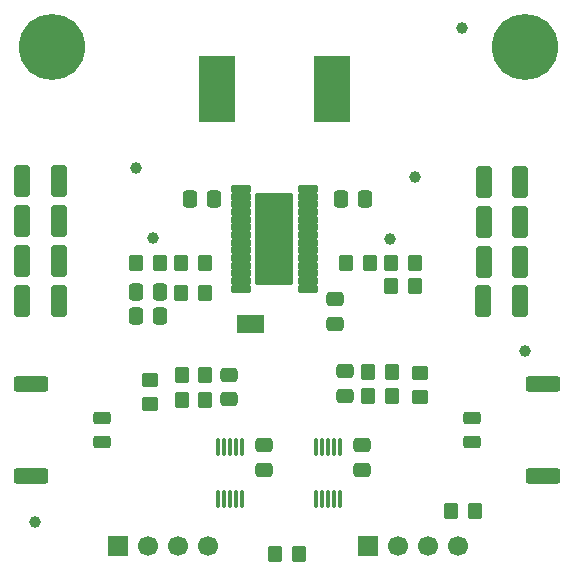
<source format=gts>
G04 #@! TF.GenerationSoftware,KiCad,Pcbnew,9.0.1*
G04 #@! TF.CreationDate,2025-04-23T11:21:28+02:00*
G04 #@! TF.ProjectId,LTC3119-breakout,4c544333-3131-4392-9d62-7265616b6f75,rev?*
G04 #@! TF.SameCoordinates,Original*
G04 #@! TF.FileFunction,Soldermask,Top*
G04 #@! TF.FilePolarity,Negative*
%FSLAX46Y46*%
G04 Gerber Fmt 4.6, Leading zero omitted, Abs format (unit mm)*
G04 Created by KiCad (PCBNEW 9.0.1) date 2025-04-23 11:21:28*
%MOMM*%
%LPD*%
G01*
G04 APERTURE LIST*
G04 Aperture macros list*
%AMRoundRect*
0 Rectangle with rounded corners*
0 $1 Rounding radius*
0 $2 $3 $4 $5 $6 $7 $8 $9 X,Y pos of 4 corners*
0 Add a 4 corners polygon primitive as box body*
4,1,4,$2,$3,$4,$5,$6,$7,$8,$9,$2,$3,0*
0 Add four circle primitives for the rounded corners*
1,1,$1+$1,$2,$3*
1,1,$1+$1,$4,$5*
1,1,$1+$1,$6,$7*
1,1,$1+$1,$8,$9*
0 Add four rect primitives between the rounded corners*
20,1,$1+$1,$2,$3,$4,$5,0*
20,1,$1+$1,$4,$5,$6,$7,0*
20,1,$1+$1,$6,$7,$8,$9,0*
20,1,$1+$1,$8,$9,$2,$3,0*%
G04 Aperture macros list end*
%ADD10RoundRect,0.250000X-0.350000X-0.450000X0.350000X-0.450000X0.350000X0.450000X-0.350000X0.450000X0*%
%ADD11C,1.000000*%
%ADD12RoundRect,0.250000X0.475000X-0.337500X0.475000X0.337500X-0.475000X0.337500X-0.475000X-0.337500X0*%
%ADD13RoundRect,0.250000X-0.412500X-1.100000X0.412500X-1.100000X0.412500X1.100000X-0.412500X1.100000X0*%
%ADD14RoundRect,0.250000X0.412500X1.100000X-0.412500X1.100000X-0.412500X-1.100000X0.412500X-1.100000X0*%
%ADD15RoundRect,0.250000X0.350000X0.450000X-0.350000X0.450000X-0.350000X-0.450000X0.350000X-0.450000X0*%
%ADD16R,1.700000X1.700000*%
%ADD17C,1.700000*%
%ADD18RoundRect,0.250000X0.450000X-0.350000X0.450000X0.350000X-0.450000X0.350000X-0.450000X-0.350000X0*%
%ADD19RoundRect,0.250000X-0.475000X0.337500X-0.475000X-0.337500X0.475000X-0.337500X0.475000X0.337500X0*%
%ADD20RoundRect,0.250000X-0.450000X0.350000X-0.450000X-0.350000X0.450000X-0.350000X0.450000X0.350000X0*%
%ADD21RoundRect,0.250000X0.337500X0.475000X-0.337500X0.475000X-0.337500X-0.475000X0.337500X-0.475000X0*%
%ADD22R,1.000000X1.500000*%
%ADD23C,5.600000*%
%ADD24RoundRect,0.076750X-0.765250X-0.230250X0.765250X-0.230250X0.765250X0.230250X-0.765250X0.230250X0*%
%ADD25RoundRect,0.102000X-1.525000X-3.780000X1.525000X-3.780000X1.525000X3.780000X-1.525000X3.780000X0*%
%ADD26RoundRect,0.250000X-0.337500X-0.475000X0.337500X-0.475000X0.337500X0.475000X-0.337500X0.475000X0*%
%ADD27RoundRect,0.250000X-0.475000X0.300000X-0.475000X-0.300000X0.475000X-0.300000X0.475000X0.300000X0*%
%ADD28RoundRect,0.250000X-1.200000X0.425000X-1.200000X-0.425000X1.200000X-0.425000X1.200000X0.425000X0*%
%ADD29RoundRect,0.102000X-1.450000X2.700000X-1.450000X-2.700000X1.450000X-2.700000X1.450000X2.700000X0*%
%ADD30RoundRect,0.075000X0.075000X-0.650000X0.075000X0.650000X-0.075000X0.650000X-0.075000X-0.650000X0*%
%ADD31RoundRect,0.250000X0.475000X-0.300000X0.475000X0.300000X-0.475000X0.300000X-0.475000X-0.300000X0*%
%ADD32RoundRect,0.250000X1.200000X-0.425000X1.200000X0.425000X-1.200000X0.425000X-1.200000X-0.425000X0*%
G04 APERTURE END LIST*
G36*
X136900000Y-100620000D02*
G01*
X136600000Y-100620000D01*
X136600000Y-99120000D01*
X136900000Y-99120000D01*
X136900000Y-100620000D01*
G37*
D10*
X148620000Y-96700000D03*
X150620000Y-96700000D03*
D11*
X127000000Y-86650000D03*
D12*
X144700000Y-105937500D03*
X144700000Y-103862500D03*
D13*
X117387500Y-91190000D03*
X120512500Y-91190000D03*
D14*
X159580000Y-91200000D03*
X156455000Y-91200000D03*
D15*
X129060000Y-94750000D03*
X127060000Y-94750000D03*
D10*
X148620000Y-94710000D03*
X150620000Y-94710000D03*
X144820000Y-94710000D03*
X146820000Y-94710000D03*
D12*
X137900000Y-112237500D03*
X137900000Y-110162500D03*
D15*
X132860000Y-94750000D03*
X130860000Y-94750000D03*
D10*
X130900000Y-106300000D03*
X132900000Y-106300000D03*
D15*
X148700000Y-103900000D03*
X146700000Y-103900000D03*
D16*
X125530000Y-118650000D03*
D17*
X128070000Y-118650000D03*
X130610000Y-118650000D03*
X133150000Y-118650000D03*
D14*
X159570000Y-97920000D03*
X156445000Y-97920000D03*
D15*
X140800000Y-119350000D03*
X138800000Y-119350000D03*
D18*
X128210000Y-106630000D03*
X128210000Y-104630000D03*
D14*
X159580000Y-87850000D03*
X156455000Y-87850000D03*
D11*
X154600000Y-74800000D03*
D19*
X143900000Y-97762500D03*
X143900000Y-99837500D03*
D20*
X151090000Y-104040000D03*
X151090000Y-106040000D03*
D21*
X129077500Y-97200000D03*
X127002500Y-97200000D03*
D22*
X137400000Y-99870000D03*
X136100000Y-99870000D03*
D10*
X130900000Y-104200000D03*
X132900000Y-104200000D03*
D14*
X159580000Y-94590000D03*
X156455000Y-94590000D03*
D23*
X160000000Y-76400000D03*
D10*
X153700000Y-115700000D03*
X155700000Y-115700000D03*
D15*
X132860000Y-97210000D03*
X130860000Y-97210000D03*
D13*
X117387500Y-87740000D03*
X120512500Y-87740000D03*
D24*
X135880000Y-88450000D03*
X135880000Y-89100000D03*
X135880000Y-89750000D03*
X135880000Y-90400000D03*
X135880000Y-91050000D03*
X135880000Y-91700000D03*
X135880000Y-92350000D03*
X135880000Y-93000000D03*
X135880000Y-93650000D03*
X135880000Y-94300000D03*
X135880000Y-94950000D03*
X135880000Y-95600000D03*
X135880000Y-96250000D03*
X135880000Y-96900000D03*
X141610000Y-96900000D03*
X141610000Y-96250000D03*
X141610000Y-95600000D03*
X141610000Y-94950000D03*
X141610000Y-94300000D03*
X141610000Y-93650000D03*
X141610000Y-93000000D03*
X141610000Y-92350000D03*
X141610000Y-91700000D03*
X141610000Y-91050000D03*
X141610000Y-90400000D03*
X141610000Y-89750000D03*
X141610000Y-89100000D03*
X141610000Y-88450000D03*
D25*
X138745000Y-92675000D03*
D26*
X144362500Y-89300000D03*
X146437500Y-89300000D03*
D13*
X117387500Y-94550000D03*
X120512500Y-94550000D03*
D27*
X124120000Y-107840000D03*
X124120000Y-109840000D03*
D28*
X118125000Y-104945000D03*
X118125000Y-112735000D03*
D13*
X117407500Y-97950000D03*
X120532500Y-97950000D03*
D21*
X129077500Y-99240000D03*
X127002500Y-99240000D03*
D16*
X146690000Y-118650000D03*
D17*
X149230000Y-118650000D03*
X151770000Y-118650000D03*
X154310000Y-118650000D03*
D11*
X150625000Y-87400000D03*
X159950000Y-102200000D03*
D29*
X143600000Y-79970000D03*
X133900000Y-79970000D03*
D19*
X134900000Y-104162500D03*
X134900000Y-106237500D03*
D30*
X142300000Y-114700000D03*
X142800000Y-114700000D03*
X143300000Y-114700000D03*
X143800000Y-114700000D03*
X144300000Y-114700000D03*
X144300000Y-110300000D03*
X143800000Y-110300000D03*
X143300000Y-110300000D03*
X142800000Y-110300000D03*
X142300000Y-110300000D03*
X134000000Y-114700000D03*
X134500000Y-114700000D03*
X135000000Y-114700000D03*
X135500000Y-114700000D03*
X136000000Y-114700000D03*
X136000000Y-110300000D03*
X135500000Y-110300000D03*
X135000000Y-110300000D03*
X134500000Y-110300000D03*
X134000000Y-110300000D03*
D12*
X146200000Y-112237500D03*
X146200000Y-110162500D03*
D11*
X128475000Y-92625000D03*
D15*
X148700000Y-106000000D03*
X146700000Y-106000000D03*
D11*
X148550000Y-92675000D03*
D26*
X131562500Y-89320000D03*
X133637500Y-89320000D03*
D31*
X155500000Y-109840000D03*
X155500000Y-107840000D03*
D32*
X161495000Y-112735000D03*
X161495000Y-104945000D03*
D11*
X118450000Y-116675000D03*
D23*
X119900000Y-76400000D03*
M02*

</source>
